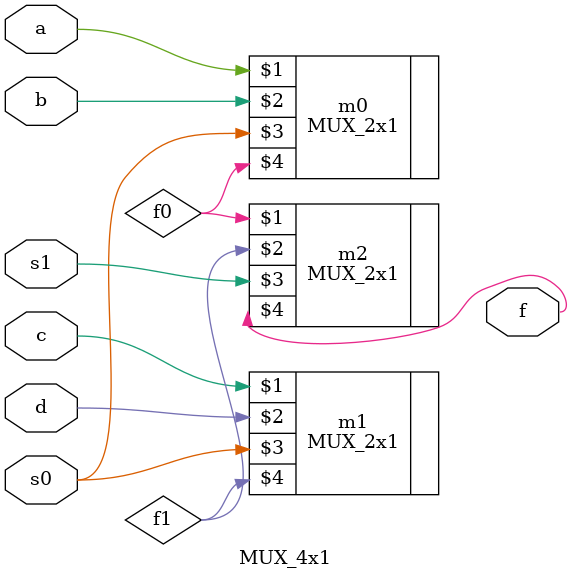
<source format=v>

`timescale 1ps / 1ps


module MUX_4x1 (a, b, c, d, s0, s1, f);
	
	input a, b, c, d, s0, s1;
	output f;
	wire s0, s1, f0, f1;
	
	MUX_2x1 m0(a, b, s0, f0);		
	MUX_2x1 m1(c, d, s0, f1);
	MUX_2x1 m2(f0, f1, s1, f);

endmodule

</source>
